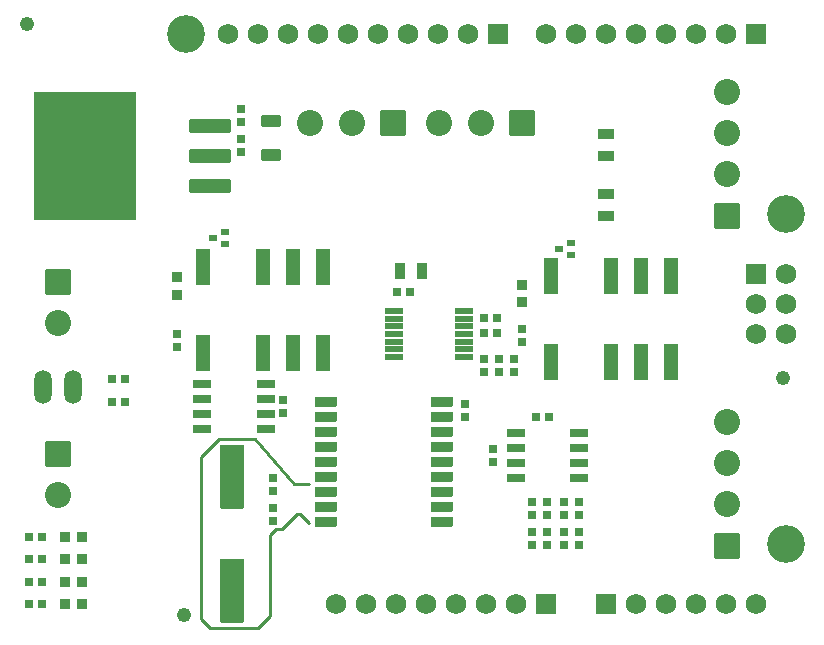
<source format=gbr>
%TF.GenerationSoftware,KiCad,Pcbnew,7.0.7*%
%TF.CreationDate,2023-10-02T21:57:18-04:00*%
%TF.ProjectId,vehicle_controL_module_0.1.0,76656869-636c-4655-9f63-6f6e74726f4c,rev?*%
%TF.SameCoordinates,Original*%
%TF.FileFunction,Soldermask,Top*%
%TF.FilePolarity,Negative*%
%FSLAX46Y46*%
G04 Gerber Fmt 4.6, Leading zero omitted, Abs format (unit mm)*
G04 Created by KiCad (PCBNEW 7.0.7) date 2023-10-02 21:57:18*
%MOMM*%
%LPD*%
G01*
G04 APERTURE LIST*
G04 Aperture macros list*
%AMRoundRect*
0 Rectangle with rounded corners*
0 $1 Rounding radius*
0 $2 $3 $4 $5 $6 $7 $8 $9 X,Y pos of 4 corners*
0 Add a 4 corners polygon primitive as box body*
4,1,4,$2,$3,$4,$5,$6,$7,$8,$9,$2,$3,0*
0 Add four circle primitives for the rounded corners*
1,1,$1+$1,$2,$3*
1,1,$1+$1,$4,$5*
1,1,$1+$1,$6,$7*
1,1,$1+$1,$8,$9*
0 Add four rect primitives between the rounded corners*
20,1,$1+$1,$2,$3,$4,$5,0*
20,1,$1+$1,$4,$5,$6,$7,0*
20,1,$1+$1,$6,$7,$8,$9,0*
20,1,$1+$1,$8,$9,$2,$3,0*%
G04 Aperture macros list end*
%ADD10C,0.254000*%
%ADD11RoundRect,0.050800X0.700000X0.300000X-0.700000X0.300000X-0.700000X-0.300000X0.700000X-0.300000X0*%
%ADD12RoundRect,0.050800X-0.889000X-0.381000X0.889000X-0.381000X0.889000X0.381000X-0.889000X0.381000X0*%
%ADD13RoundRect,0.050800X0.965200X-2.667000X0.965200X2.667000X-0.965200X2.667000X-0.965200X-2.667000X0*%
%ADD14RoundRect,0.622300X0.000000X0.000000X0.000000X0.000000X0.000000X0.000000X0.000000X0.000000X0*%
%ADD15RoundRect,0.050800X-0.725000X-0.225000X0.725000X-0.225000X0.725000X0.225000X-0.725000X0.225000X0*%
%ADD16RoundRect,0.050800X4.300000X-5.350000X4.300000X5.350000X-4.300000X5.350000X-4.300000X-5.350000X0*%
%ADD17RoundRect,0.050800X1.700000X-0.500000X1.700000X0.500000X-1.700000X0.500000X-1.700000X-0.500000X0*%
%ADD18RoundRect,0.108300X0.267500X-0.172500X0.267500X0.172500X-0.267500X0.172500X-0.267500X-0.172500X0*%
%ADD19RoundRect,0.050800X-0.550000X-1.500000X0.550000X-1.500000X0.550000X1.500000X-0.550000X1.500000X0*%
%ADD20RoundRect,0.050800X0.300000X-0.250000X0.300000X0.250000X-0.300000X0.250000X-0.300000X-0.250000X0*%
%ADD21RoundRect,0.050800X-0.300000X0.250000X-0.300000X-0.250000X0.300000X-0.250000X0.300000X0.250000X0*%
%ADD22RoundRect,0.050800X0.250000X0.300000X-0.250000X0.300000X-0.250000X-0.300000X0.250000X-0.300000X0*%
%ADD23RoundRect,0.050800X0.350000X0.650000X-0.350000X0.650000X-0.350000X-0.650000X0.350000X-0.650000X0*%
%ADD24RoundRect,0.050800X-0.250000X-0.300000X0.250000X-0.300000X0.250000X0.300000X-0.250000X0.300000X0*%
%ADD25C,2.201600*%
%ADD26RoundRect,0.050800X-1.050000X1.050000X-1.050000X-1.050000X1.050000X-1.050000X1.050000X1.050000X0*%
%ADD27RoundRect,0.050800X1.050000X-1.050000X1.050000X1.050000X-1.050000X1.050000X-1.050000X-1.050000X0*%
%ADD28RoundRect,0.050800X0.800000X-0.450000X0.800000X0.450000X-0.800000X0.450000X-0.800000X-0.450000X0*%
%ADD29RoundRect,0.050800X0.400000X0.400000X-0.400000X0.400000X-0.400000X-0.400000X0.400000X-0.400000X0*%
%ADD30O,1.473200X2.844800*%
%ADD31RoundRect,0.050800X-0.400000X0.400000X-0.400000X-0.400000X0.400000X-0.400000X0.400000X0.400000X0*%
%ADD32C,3.200400*%
%ADD33C,1.752600*%
%ADD34RoundRect,0.050800X-0.825500X-0.825500X0.825500X-0.825500X0.825500X0.825500X-0.825500X0.825500X0*%
%ADD35RoundRect,0.050800X-0.700000X-0.300000X0.700000X-0.300000X0.700000X0.300000X-0.700000X0.300000X0*%
%ADD36RoundRect,0.050800X-0.650000X0.350000X-0.650000X-0.350000X0.650000X-0.350000X0.650000X0.350000X0*%
%ADD37RoundRect,0.050800X0.650000X-0.350000X0.650000X0.350000X-0.650000X0.350000X-0.650000X-0.350000X0*%
%ADD38RoundRect,0.050800X1.050000X1.050000X-1.050000X1.050000X-1.050000X-1.050000X1.050000X-1.050000X0*%
G04 APERTURE END LIST*
D10*
X139807750Y-122205950D02*
X139045750Y-121443950D01*
X139045750Y-121443950D02*
X138791750Y-121443950D01*
X138791750Y-121443950D02*
X137521750Y-122713950D01*
X137521750Y-122713950D02*
X137013750Y-122713950D01*
X137013750Y-122713950D02*
X136505750Y-123221950D01*
X136505750Y-123221950D02*
X136505750Y-130079950D01*
X136505750Y-130079950D02*
X135489750Y-131095950D01*
X135489750Y-131095950D02*
X131425750Y-131095950D01*
X131425750Y-131095950D02*
X130663750Y-130333950D01*
X130663750Y-130333950D02*
X130663750Y-116617950D01*
X130663750Y-116617950D02*
X132187750Y-115093950D01*
X132187750Y-115093950D02*
X135235750Y-115093950D01*
X135235750Y-115093950D02*
X138537750Y-118903950D01*
X138537750Y-118903950D02*
X139807750Y-118903950D01*
D11*
%TO.C,U1*%
X130757750Y-114204950D03*
X130757750Y-112934950D03*
X130757750Y-111664950D03*
X130757750Y-110394950D03*
X136157750Y-110394950D03*
X136157750Y-111664950D03*
X136157750Y-112934950D03*
X136157750Y-114204950D03*
%TD*%
D12*
%TO.C,U2*%
X151072650Y-111918950D03*
X151072650Y-113188950D03*
X151072650Y-114458950D03*
X151072650Y-115728950D03*
X151072650Y-116998950D03*
X151072650Y-118268950D03*
X151072650Y-119538950D03*
X151072650Y-120808950D03*
X151072650Y-122078950D03*
X141242850Y-122078950D03*
X141242850Y-120808950D03*
X141242850Y-119538950D03*
X141242850Y-118268950D03*
X141242850Y-116998950D03*
X141242850Y-115728950D03*
X141242850Y-114458950D03*
X141242850Y-113188950D03*
X141242850Y-111918950D03*
%TD*%
D13*
%TO.C,X1*%
X133330750Y-118268950D03*
X133330750Y-127920950D03*
%TD*%
D14*
%TO.C,TP1*%
X129266750Y-129952950D03*
%TD*%
%TO.C,TP2*%
X179939750Y-109886950D03*
%TD*%
%TO.C,TP3*%
X115931750Y-79914950D03*
%TD*%
D15*
%TO.C,U5*%
X152917750Y-104253950D03*
X152917750Y-104903950D03*
X152917750Y-105553950D03*
X152917750Y-106203950D03*
X152917750Y-106853950D03*
X152917750Y-107503950D03*
X152917750Y-108153950D03*
X147017750Y-108153950D03*
X147017750Y-107503950D03*
X147017750Y-106853950D03*
X147017750Y-106203950D03*
X147017750Y-105553950D03*
X147017750Y-104903950D03*
X147017750Y-104253950D03*
%TD*%
D16*
%TO.C,U4*%
X120825750Y-91090950D03*
D17*
X131425750Y-88550950D03*
X131425750Y-91090950D03*
X131425750Y-93630950D03*
%TD*%
D18*
%TO.C,Q1*%
X160982750Y-98964950D03*
X162032750Y-98464950D03*
X162032750Y-99464950D03*
%TD*%
D19*
%TO.C,RELAY1*%
X160281750Y-101288950D03*
X165361750Y-101288950D03*
X167901750Y-101288950D03*
X170441750Y-101288950D03*
X170441750Y-108578950D03*
X167901750Y-108578950D03*
X165361750Y-108578950D03*
X160281750Y-108578950D03*
%TD*%
D20*
%TO.C,R9*%
X154666750Y-109420950D03*
X154666750Y-108320950D03*
%TD*%
%TO.C,R12*%
X155936750Y-109420950D03*
X155936750Y-108320950D03*
%TD*%
D21*
%TO.C,R11*%
X157206750Y-108320950D03*
X157206750Y-109420950D03*
%TD*%
D22*
%TO.C,C2*%
X148358750Y-102647950D03*
X147258750Y-102647950D03*
%TD*%
D23*
%TO.C,C5*%
X149393750Y-100869950D03*
X147493750Y-100869950D03*
%TD*%
D24*
%TO.C,R10*%
X154624750Y-106076950D03*
X155724750Y-106076950D03*
%TD*%
%TO.C,R3*%
X154624750Y-104806950D03*
X155724750Y-104806950D03*
%TD*%
D20*
%TO.C,C6*%
X137648750Y-112849950D03*
X137648750Y-111749950D03*
%TD*%
D25*
%TO.C,CON1*%
X118598750Y-105258950D03*
D26*
X118598750Y-101758950D03*
%TD*%
D25*
%TO.C,CON2*%
X118598750Y-119863950D03*
D26*
X118598750Y-116363950D03*
%TD*%
D25*
%TO.C,CON4*%
X175240750Y-85670950D03*
X175240750Y-89170950D03*
X175240750Y-92670950D03*
D27*
X175240750Y-96170950D03*
%TD*%
D25*
%TO.C,CON3*%
X175240750Y-113610950D03*
X175240750Y-117110950D03*
X175240750Y-120610950D03*
D27*
X175240750Y-124110950D03*
%TD*%
D28*
%TO.C,C3*%
X136632750Y-91016950D03*
X136632750Y-88116950D03*
%TD*%
D20*
%TO.C,C1*%
X134092750Y-90751950D03*
X134092750Y-89651950D03*
%TD*%
D21*
%TO.C,R8*%
X134092750Y-87111950D03*
X134092750Y-88211950D03*
%TD*%
D29*
%TO.C,D2*%
X119118750Y-123348950D03*
X120618750Y-123348950D03*
%TD*%
D24*
%TO.C,R4*%
X116143750Y-123348950D03*
X117243750Y-123348950D03*
%TD*%
D29*
%TO.C,D3*%
X119118750Y-125253950D03*
X120618750Y-125253950D03*
%TD*%
D24*
%TO.C,R5*%
X116143750Y-125253950D03*
X117243750Y-125253950D03*
%TD*%
D29*
%TO.C,D4*%
X119118750Y-127158950D03*
X120618750Y-127158950D03*
%TD*%
D24*
%TO.C,R6*%
X116143750Y-127158950D03*
X117243750Y-127158950D03*
%TD*%
D29*
%TO.C,D5*%
X119118750Y-129063950D03*
X120618750Y-129063950D03*
%TD*%
D24*
%TO.C,R7*%
X116143750Y-129063950D03*
X117243750Y-129063950D03*
%TD*%
D30*
%TO.C,JP6*%
X119868750Y-110648950D03*
X117328750Y-110648950D03*
%TD*%
D24*
%TO.C,R13*%
X123128750Y-110013950D03*
X124228750Y-110013950D03*
%TD*%
D21*
%TO.C,C7*%
X136759750Y-118353950D03*
X136759750Y-119453950D03*
%TD*%
D20*
%TO.C,C4*%
X136759750Y-121993950D03*
X136759750Y-120893950D03*
%TD*%
D24*
%TO.C,R14*%
X123128750Y-111918950D03*
X124228750Y-111918950D03*
%TD*%
D20*
%TO.C,R2*%
X153015750Y-113230950D03*
X153015750Y-112130950D03*
%TD*%
D31*
%TO.C,D1*%
X157841750Y-103524950D03*
X157841750Y-102024950D03*
%TD*%
D20*
%TO.C,R1*%
X157841750Y-106880950D03*
X157841750Y-105780950D03*
%TD*%
%TO.C,R15*%
X158730750Y-121485950D03*
X158730750Y-120385950D03*
%TD*%
%TO.C,R16*%
X160000750Y-121485950D03*
X160000750Y-120385950D03*
%TD*%
%TO.C,R17*%
X158730750Y-124025950D03*
X158730750Y-122925950D03*
%TD*%
%TO.C,R18*%
X160000750Y-124025950D03*
X160000750Y-122925950D03*
%TD*%
%TO.C,R19*%
X161397750Y-121485950D03*
X161397750Y-120385950D03*
%TD*%
%TO.C,R20*%
X162667750Y-121485950D03*
X162667750Y-120385950D03*
%TD*%
%TO.C,R21*%
X161397750Y-124025950D03*
X161397750Y-122925950D03*
%TD*%
%TO.C,R22*%
X162667750Y-124025950D03*
X162667750Y-122925950D03*
%TD*%
D32*
%TO.C,JP1*%
X129393750Y-80803950D03*
D33*
X132949750Y-80803950D03*
X135489750Y-80803950D03*
X138029750Y-80803950D03*
X140569750Y-80803950D03*
X143109750Y-80803950D03*
X145649750Y-80803950D03*
X148189750Y-80803950D03*
X150729750Y-80803950D03*
X153269750Y-80803950D03*
D34*
X155809750Y-80803950D03*
%TD*%
D33*
%TO.C,JP2*%
X159873750Y-80803950D03*
X162413750Y-80803950D03*
X164953750Y-80803950D03*
X167493750Y-80803950D03*
X170033750Y-80803950D03*
X172573750Y-80803950D03*
X175113750Y-80803950D03*
D34*
X177653750Y-80803950D03*
%TD*%
D32*
%TO.C,JP3*%
X180193750Y-123983950D03*
X180193750Y-96043950D03*
D33*
X180193750Y-101123950D03*
X180193750Y-103663950D03*
X180193750Y-106203950D03*
X177653750Y-106203950D03*
X177653750Y-103663950D03*
D34*
X177653750Y-101123950D03*
%TD*%
D33*
%TO.C,JP4*%
X177653750Y-129063950D03*
X175113750Y-129063950D03*
X172573750Y-129063950D03*
X170033750Y-129063950D03*
X167493750Y-129063950D03*
D34*
X164953750Y-129063950D03*
%TD*%
%TO.C,JP5*%
X159873750Y-129063950D03*
D33*
X157333750Y-129063950D03*
X154793750Y-129063950D03*
X152253750Y-129063950D03*
X149713750Y-129063950D03*
X147173750Y-129063950D03*
X144633750Y-129063950D03*
X142093750Y-129063950D03*
%TD*%
D35*
%TO.C,U6*%
X162700750Y-114585950D03*
X162700750Y-115855950D03*
X162700750Y-117125950D03*
X162700750Y-118395950D03*
X157300750Y-118395950D03*
X157300750Y-117125950D03*
X157300750Y-115855950D03*
X157300750Y-114585950D03*
%TD*%
D20*
%TO.C,R23*%
X155428750Y-117040950D03*
X155428750Y-115940950D03*
%TD*%
D24*
%TO.C,C8*%
X159069750Y-113188950D03*
X160169750Y-113188950D03*
%TD*%
D36*
%TO.C,C9*%
X164953750Y-94331950D03*
X164953750Y-96231950D03*
%TD*%
D37*
%TO.C,C10*%
X164953750Y-91151950D03*
X164953750Y-89251950D03*
%TD*%
D18*
%TO.C,Q10*%
X131645750Y-98075950D03*
X132695750Y-97575950D03*
X132695750Y-98575950D03*
%TD*%
D19*
%TO.C,RELAY2*%
X130817750Y-100526950D03*
X135897750Y-100526950D03*
X138437750Y-100526950D03*
X140977750Y-100526950D03*
X140977750Y-107816950D03*
X138437750Y-107816950D03*
X135897750Y-107816950D03*
X130817750Y-107816950D03*
%TD*%
D31*
%TO.C,D17*%
X128631750Y-102889950D03*
X128631750Y-101389950D03*
%TD*%
D20*
%TO.C,R103*%
X128631750Y-107261950D03*
X128631750Y-106161950D03*
%TD*%
D25*
%TO.C,CON9*%
X150841750Y-88296950D03*
X154341750Y-88296950D03*
D38*
X157841750Y-88296950D03*
%TD*%
D25*
%TO.C,CON10*%
X139919750Y-88296950D03*
X143419750Y-88296950D03*
D38*
X146919750Y-88296950D03*
%TD*%
M02*

</source>
